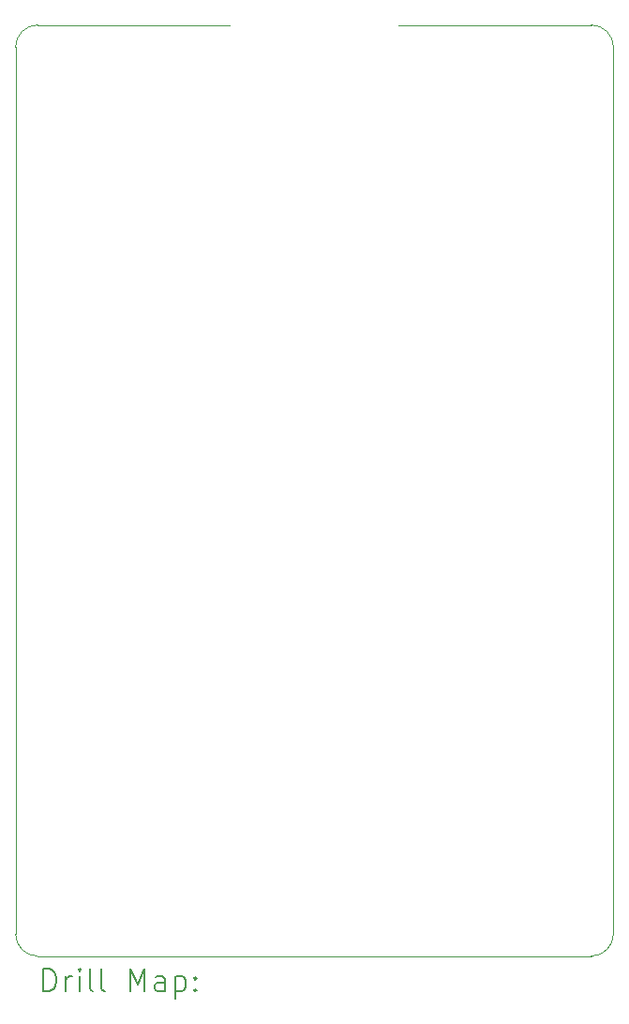
<source format=gbr>
%TF.GenerationSoftware,KiCad,Pcbnew,6.0.7-f9a2dced07~116~ubuntu20.04.1*%
%TF.CreationDate,2022-09-13T19:06:36+02:00*%
%TF.ProjectId,Qoobinno,516f6f62-696e-46e6-9f2e-6b696361645f,rev?*%
%TF.SameCoordinates,Original*%
%TF.FileFunction,Drillmap*%
%TF.FilePolarity,Positive*%
%FSLAX45Y45*%
G04 Gerber Fmt 4.5, Leading zero omitted, Abs format (unit mm)*
G04 Created by KiCad (PCBNEW 6.0.7-f9a2dced07~116~ubuntu20.04.1) date 2022-09-13 19:06:36*
%MOMM*%
%LPD*%
G01*
G04 APERTURE LIST*
%ADD10C,0.100000*%
%ADD11C,0.200000*%
G04 APERTURE END LIST*
D10*
X17738000Y-5400000D02*
G75*
G03*
X17538000Y-5200000I-200000J0D01*
G01*
X12538000Y-5200000D02*
G75*
G03*
X12338000Y-5400000I0J-200000D01*
G01*
X15800000Y-5200000D02*
X17538000Y-5200000D01*
X17538000Y-13600000D02*
G75*
G03*
X17738000Y-13400000I0J200000D01*
G01*
X12338000Y-13400000D02*
G75*
G03*
X12538000Y-13600000I200000J0D01*
G01*
X17738000Y-5400000D02*
X17738000Y-13400000D01*
X12338000Y-5400000D02*
X12338000Y-13400000D01*
X14276000Y-5200000D02*
X12538000Y-5200000D01*
X17538000Y-13600000D02*
X12538000Y-13600000D01*
D11*
X12590619Y-13915476D02*
X12590619Y-13715476D01*
X12638238Y-13715476D01*
X12666809Y-13725000D01*
X12685857Y-13744048D01*
X12695381Y-13763095D01*
X12704905Y-13801190D01*
X12704905Y-13829762D01*
X12695381Y-13867857D01*
X12685857Y-13886905D01*
X12666809Y-13905952D01*
X12638238Y-13915476D01*
X12590619Y-13915476D01*
X12790619Y-13915476D02*
X12790619Y-13782143D01*
X12790619Y-13820238D02*
X12800143Y-13801190D01*
X12809667Y-13791667D01*
X12828714Y-13782143D01*
X12847762Y-13782143D01*
X12914428Y-13915476D02*
X12914428Y-13782143D01*
X12914428Y-13715476D02*
X12904905Y-13725000D01*
X12914428Y-13734524D01*
X12923952Y-13725000D01*
X12914428Y-13715476D01*
X12914428Y-13734524D01*
X13038238Y-13915476D02*
X13019190Y-13905952D01*
X13009667Y-13886905D01*
X13009667Y-13715476D01*
X13143000Y-13915476D02*
X13123952Y-13905952D01*
X13114428Y-13886905D01*
X13114428Y-13715476D01*
X13371571Y-13915476D02*
X13371571Y-13715476D01*
X13438238Y-13858333D01*
X13504905Y-13715476D01*
X13504905Y-13915476D01*
X13685857Y-13915476D02*
X13685857Y-13810714D01*
X13676333Y-13791667D01*
X13657286Y-13782143D01*
X13619190Y-13782143D01*
X13600143Y-13791667D01*
X13685857Y-13905952D02*
X13666809Y-13915476D01*
X13619190Y-13915476D01*
X13600143Y-13905952D01*
X13590619Y-13886905D01*
X13590619Y-13867857D01*
X13600143Y-13848809D01*
X13619190Y-13839286D01*
X13666809Y-13839286D01*
X13685857Y-13829762D01*
X13781095Y-13782143D02*
X13781095Y-13982143D01*
X13781095Y-13791667D02*
X13800143Y-13782143D01*
X13838238Y-13782143D01*
X13857286Y-13791667D01*
X13866809Y-13801190D01*
X13876333Y-13820238D01*
X13876333Y-13877381D01*
X13866809Y-13896428D01*
X13857286Y-13905952D01*
X13838238Y-13915476D01*
X13800143Y-13915476D01*
X13781095Y-13905952D01*
X13962048Y-13896428D02*
X13971571Y-13905952D01*
X13962048Y-13915476D01*
X13952524Y-13905952D01*
X13962048Y-13896428D01*
X13962048Y-13915476D01*
X13962048Y-13791667D02*
X13971571Y-13801190D01*
X13962048Y-13810714D01*
X13952524Y-13801190D01*
X13962048Y-13791667D01*
X13962048Y-13810714D01*
M02*

</source>
